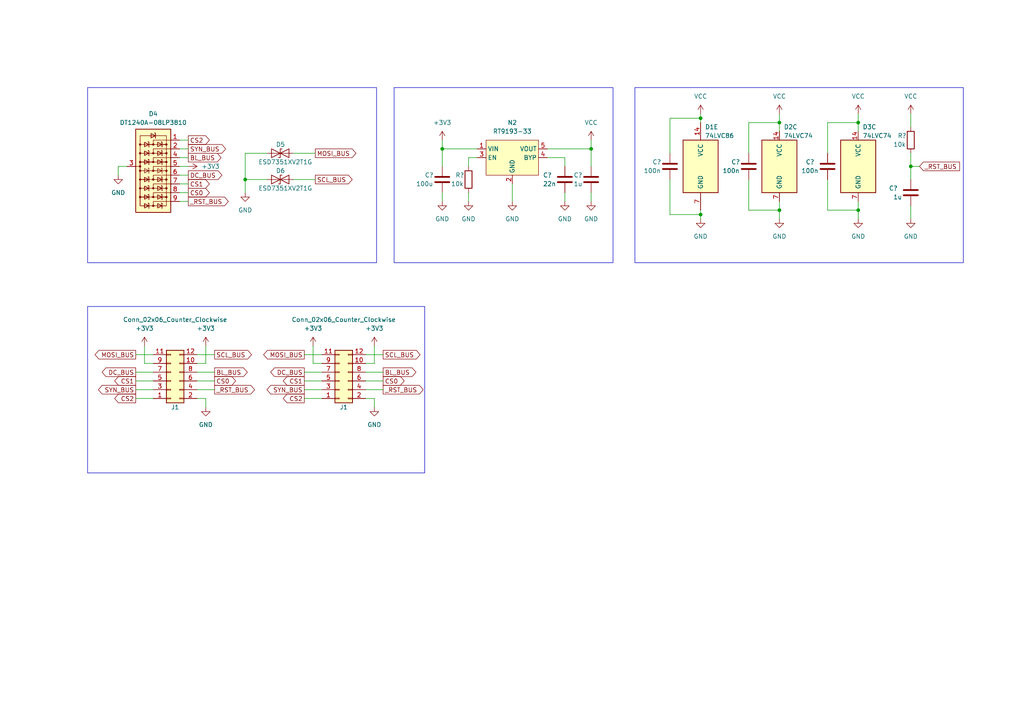
<source format=kicad_sch>
(kicad_sch (version 20230121) (generator eeschema)
  (paper "A4")
  (lib_symbols
    (symbol "74xx:74LVC74" (pin_names (offset 1.016))
      (property "Reference" "D" (at 2.54 12.7 0))
      (property "Value" "74LVC74" (at 2.54 10.16 0))
      (symbol "74LVC74_1_0"
        (pin input line (at 0 -7.62 90) (length 2.54) (name "~{R}") (number "1"))
        (pin input line (at -7.62 2.54 0) (length 2.54) (name "D") (number "2"))
        (pin input clock (at -7.62 0 0) (length 2.54) (name "C") (number "3"))
        (pin input line (at 0 7.62 270) (length 2.54) (name "~{S}") (number "4"))
        (pin output line (at 7.62 2.54 180) (length 2.54) (name "Q") (number "5"))
        (pin output line (at 7.62 -2.54 180) (length 2.54) (name "~{Q}") (number "6"))
      )
      (symbol "74LVC74_1_1"
        (rectangle (start -5.08 5.08) (end 5.08 -5.08) (stroke (width 0.254)) (fill (type background)))
      )
      (symbol "74LVC74_2_0"
        (pin input line (at 0 7.62 270) (length 2.54) (name "~{S}") (number "10"))
        (pin input clock (at -7.62 0 0) (length 2.54) (name "C") (number "11"))
        (pin input line (at -7.62 2.54 0) (length 2.54) (name "D") (number "12"))
        (pin input line (at 0 -7.62 90) (length 2.54) (name "~{R}") (number "13"))
        (pin output line (at 7.62 -2.54 180) (length 2.54) (name "~{Q}") (number "8"))
        (pin output line (at 7.62 2.54 180) (length 2.54) (name "Q") (number "9"))
      )
      (symbol "74LVC74_2_1"
        (rectangle (start -5.08 5.08) (end 5.08 -5.08) (stroke (width 0.254)) (fill (type background)))
      )
      (symbol "74LVC74_3_0"
        (pin power_in line (at 0 10.16 270) (length 2.54) (name "VCC") (number "14"))
        (pin power_in line (at 0 -10.16 90) (length 2.54) (name "GND") (number "7"))
      )
      (symbol "74LVC74_3_1"
        (rectangle (start -5.08 7.62) (end 5.08 -7.62) (stroke (width 0.254)) (fill (type background)))
      )
    )
    (symbol "74xx:74LVC86" (pin_names (offset 1.016))
      (property "Reference" "D" (at -2.54 7.62 0))
      (property "Value" "74LVC86" (at -2.54 5.08 0))
      (symbol "74LVC86_1_0"
        (arc (start -4.4196 -3.81) (mid -3.2033 0) (end -4.4196 3.81) (stroke (width 0.254)))
        (arc (start -3.81 -3.81) (mid -2.589 0) (end -3.81 3.81) (stroke (width 0.254)))
        (arc (start -0.6096 -3.81) (mid 2.1842 -2.5851) (end 3.81 0) (stroke (width 0.254)) (fill (type background)))
        (polyline (pts (xy -3.81 -3.81) (xy -0.635 -3.81)) (stroke (width 0.254)) (fill (type background)))
        (polyline (pts (xy -3.81 3.81) (xy -0.635 3.81)) (stroke (width 0.254)) (fill (type background)))
        (polyline (pts (xy -0.635 3.81) (xy -3.81 3.81) (xy -3.81 3.81) (xy -3.556 3.4036) (xy -3.0226 2.2606) (xy -2.6924 1.0414) (xy -2.6162 -0.254) (xy -2.7686 -1.4986) (xy -3.175 -2.7178) (xy -3.81 -3.81) (xy -3.81 -3.81) (xy -0.635 -3.81)) (stroke (width -25.4)) (fill (type background)))
        (arc (start 3.81 0) (mid 2.1915 2.5936) (end -0.6096 3.81) (stroke (width 0.254)) (fill (type background)))
        (pin input line (at -7.62 2.54 0) (length 4.445) (name "~") (number "1"))
        (pin input line (at -7.62 -2.54 0) (length 4.445) (name "~") (number "2"))
        (pin output line (at 7.62 0 180) (length 3.81) (name "~") (number "3"))
      )
      (symbol "74LVC86_1_1"
        (polyline (pts (xy -3.81 -2.54) (xy -3.175 -2.54)) (stroke (width 0.1524)))
        (polyline (pts (xy -3.81 2.54) (xy -3.175 2.54)) (stroke (width 0.1524)))
      )
      (symbol "74LVC86_2_0"
        (arc (start -4.4196 -3.81) (mid -3.2033 0) (end -4.4196 3.81) (stroke (width 0.254)))
        (arc (start -3.81 -3.81) (mid -2.589 0) (end -3.81 3.81) (stroke (width 0.254)))
        (arc (start -0.6096 -3.81) (mid 2.1842 -2.5851) (end 3.81 0) (stroke (width 0.254)) (fill (type background)))
        (polyline (pts (xy -3.81 -3.81) (xy -0.635 -3.81)) (stroke (width 0.254)) (fill (type background)))
        (polyline (pts (xy -3.81 3.81) (xy -0.635 3.81)) (stroke (width 0.254)) (fill (type background)))
        (polyline (pts (xy -0.635 3.81) (xy -3.81 3.81) (xy -3.81 3.81) (xy -3.556 3.4036) (xy -3.0226 2.2606) (xy -2.6924 1.0414) (xy -2.6162 -0.254) (xy -2.7686 -1.4986) (xy -3.175 -2.7178) (xy -3.81 -3.81) (xy -3.81 -3.81) (xy -0.635 -3.81)) (stroke (width -25.4)) (fill (type background)))
        (arc (start 3.81 0) (mid 2.1915 2.5936) (end -0.6096 3.81) (stroke (width 0.254)) (fill (type background)))
        (pin input line (at -7.62 2.54 0) (length 4.445) (name "~") (number "4"))
        (pin input line (at -7.62 -2.54 0) (length 4.445) (name "~") (number "5"))
        (pin output line (at 7.62 0 180) (length 3.81) (name "~") (number "6"))
      )
      (symbol "74LVC86_2_1"
        (polyline (pts (xy -3.81 -2.54) (xy -3.175 -2.54)) (stroke (width 0.1524)))
        (polyline (pts (xy -3.81 2.54) (xy -3.175 2.54)) (stroke (width 0.1524)))
      )
      (symbol "74LVC86_3_0"
        (arc (start -4.4196 -3.81) (mid -3.2033 0) (end -4.4196 3.81) (stroke (width 0.254)))
        (arc (start -3.81 -3.81) (mid -2.589 0) (end -3.81 3.81) (stroke (width 0.254)))
        (arc (start -0.6096 -3.81) (mid 2.1842 -2.5851) (end 3.81 0) (stroke (width 0.254)) (fill (type background)))
        (polyline (pts (xy -3.81 -3.81) (xy -0.635 -3.81)) (stroke (width 0.254)) (fill (type background)))
        (polyline (pts (xy -3.81 3.81) (xy -0.635 3.81)) (stroke (width 0.254)) (fill (type background)))
        (polyline (pts (xy -0.635 3.81) (xy -3.81 3.81) (xy -3.81 3.81) (xy -3.556 3.4036) (xy -3.0226 2.2606) (xy -2.6924 1.0414) (xy -2.6162 -0.254) (xy -2.7686 -1.4986) (xy -3.175 -2.7178) (xy -3.81 -3.81) (xy -3.81 -3.81) (xy -0.635 -3.81)) (stroke (width -25.4)) (fill (type background)))
        (arc (start 3.81 0) (mid 2.1915 2.5936) (end -0.6096 3.81) (stroke (width 0.254)) (fill (type background)))
        (pin input line (at -7.62 -2.54 0) (length 4.445) (name "~") (number "10"))
        (pin output line (at 7.62 0 180) (length 3.81) (name "~") (number "8"))
        (pin input line (at -7.62 2.54 0) (length 4.445) (name "~") (number "9"))
      )
      (symbol "74LVC86_3_1"
        (polyline (pts (xy -3.81 -2.54) (xy -3.175 -2.54)) (stroke (width 0.1524)))
        (polyline (pts (xy -3.81 2.54) (xy -3.175 2.54)) (stroke (width 0.1524)))
      )
      (symbol "74LVC86_4_0"
        (arc (start -4.4196 -3.81) (mid -3.2033 0) (end -4.4196 3.81) (stroke (width 0.254)))
        (arc (start -3.81 -3.81) (mid -2.589 0) (end -3.81 3.81) (stroke (width 0.254)))
        (arc (start -0.6096 -3.81) (mid 2.1842 -2.5851) (end 3.81 0) (stroke (width 0.254)) (fill (type background)))
        (polyline (pts (xy -3.81 -3.81) (xy -0.635 -3.81)) (stroke (width 0.254)) (fill (type background)))
        (polyline (pts (xy -3.81 3.81) (xy -0.635 3.81)) (stroke (width 0.254)) (fill (type background)))
        (polyline (pts (xy -0.635 3.81) (xy -3.81 3.81) (xy -3.81 3.81) (xy -3.556 3.4036) (xy -3.0226 2.2606) (xy -2.6924 1.0414) (xy -2.6162 -0.254) (xy -2.7686 -1.4986) (xy -3.175 -2.7178) (xy -3.81 -3.81) (xy -3.81 -3.81) (xy -0.635 -3.81)) (stroke (width -25.4)) (fill (type background)))
        (arc (start 3.81 0) (mid 2.1915 2.5936) (end -0.6096 3.81) (stroke (width 0.254)) (fill (type background)))
        (pin output line (at 7.62 0 180) (length 3.81) (name "~") (number "11"))
        (pin input line (at -7.62 2.54 0) (length 4.445) (name "~") (number "12"))
        (pin input line (at -7.62 -2.54 0) (length 4.445) (name "~") (number "13"))
      )
      (symbol "74LVC86_4_1"
        (polyline (pts (xy -3.81 -2.54) (xy -3.175 -2.54)) (stroke (width 0.1524)))
        (polyline (pts (xy -3.81 2.54) (xy -3.175 2.54)) (stroke (width 0.1524)))
      )
      (symbol "74LVC86_5_0"
        (pin power_in line (at 0 12.7 270) (length 5.08) (name "VCC") (number "14"))
        (pin power_in line (at 0 -12.7 90) (length 5.08) (name "GND") (number "7"))
      )
      (symbol "74LVC86_5_1"
        (rectangle (start -5.08 7.62) (end 5.08 -7.62) (stroke (width 0.254)) (fill (type background)))
      )
    )
    (symbol "Connector_Generic:Conn_02x06_Odd_Even" (pin_names (offset 1.016) hide)
      (property "Reference" "J" (at 1.27 7.62 0))
      (property "Value" "Conn_02x06_Odd_Even" (at 1.27 -10.16 0))
      (symbol "Conn_02x06_Odd_Even_1_1"
        (rectangle (start -1.27 -7.493) (end 0 -7.747) (stroke (width 0.1524)))
        (rectangle (start -1.27 -4.953) (end 0 -5.207) (stroke (width 0.1524)))
        (rectangle (start -1.27 -2.413) (end 0 -2.667) (stroke (width 0.1524)))
        (rectangle (start -1.27 0.127) (end 0 -0.127) (stroke (width 0.1524)))
        (rectangle (start -1.27 2.667) (end 0 2.413) (stroke (width 0.1524)))
        (rectangle (start -1.27 5.207) (end 0 4.953) (stroke (width 0.1524)))
        (rectangle (start -1.27 6.35) (end 3.81 -8.89) (stroke (width 0.254)) (fill (type background)))
        (rectangle (start 3.81 -7.493) (end 2.54 -7.747) (stroke (width 0.1524)))
        (rectangle (start 3.81 -4.953) (end 2.54 -5.207) (stroke (width 0.1524)))
        (rectangle (start 3.81 -2.413) (end 2.54 -2.667) (stroke (width 0.1524)))
        (rectangle (start 3.81 0.127) (end 2.54 -0.127) (stroke (width 0.1524)))
        (rectangle (start 3.81 2.667) (end 2.54 2.413) (stroke (width 0.1524)))
        (rectangle (start 3.81 5.207) (end 2.54 4.953) (stroke (width 0.1524)))
        (pin passive line (at -5.08 5.08 0) (length 3.81) (name "Pin_1") (number "1"))
        (pin passive line (at 7.62 -5.08 180) (length 3.81) (name "Pin_10") (number "10"))
        (pin passive line (at -5.08 -7.62 0) (length 3.81) (name "Pin_11") (number "11"))
        (pin passive line (at 7.62 -7.62 180) (length 3.81) (name "Pin_12") (number "12"))
        (pin passive line (at 7.62 5.08 180) (length 3.81) (name "Pin_2") (number "2"))
        (pin passive line (at -5.08 2.54 0) (length 3.81) (name "Pin_3") (number "3"))
        (pin passive line (at 7.62 2.54 180) (length 3.81) (name "Pin_4") (number "4"))
        (pin passive line (at -5.08 0 0) (length 3.81) (name "Pin_5") (number "5"))
        (pin passive line (at 7.62 0 180) (length 3.81) (name "Pin_6") (number "6"))
        (pin passive line (at -5.08 -2.54 0) (length 3.81) (name "Pin_7") (number "7"))
        (pin passive line (at 7.62 -2.54 180) (length 3.81) (name "Pin_8") (number "8"))
        (pin passive line (at -5.08 -5.08 0) (length 3.81) (name "Pin_9") (number "9"))
      )
    )
    (symbol "Device:C" (pin_numbers hide) (pin_names (offset 0.254))
      (property "Reference" "C" (at 0.635 2.54 0))
      (property "Value" "C" (at 0.635 -2.54 0))
      (symbol "C_0_1"
        (polyline (pts (xy -2.032 -0.762) (xy 2.032 -0.762)) (stroke (width 0.508)))
        (polyline (pts (xy -2.032 0.762) (xy 2.032 0.762)) (stroke (width 0.508)))
      )
      (symbol "C_1_1"
        (pin passive line (at 0 3.81 270) (length 2.794) (name "~") (number "1"))
        (pin passive line (at 0 -3.81 90) (length 2.794) (name "~") (number "2"))
      )
    )
    (symbol "Device:R" (pin_numbers hide) (pin_names (offset 0))
      (property "Reference" "R" (at 2.032 0 90))
      (property "Value" "R" (at 0 0 90))
      (symbol "R_0_1"
        (rectangle (start -1.016 -2.54) (end 1.016 2.54) (stroke (width 0.254)))
      )
      (symbol "R_1_1"
        (pin passive line (at 0 3.81 270) (length 1.27) (name "~") (number "1"))
        (pin passive line (at 0 -3.81 90) (length 1.27) (name "~") (number "2"))
      )
    )
    (symbol "Diode:ESD9B3.3ST5G" (pin_numbers hide) (pin_names (offset 1.016) hide)
      (property "Reference" "D" (at 0 2.54 0))
      (property "Value" "ESD9B3.3ST5G" (at 0 -2.54 0))
      (symbol "ESD9B3.3ST5G_0_1"
        (polyline (pts (xy 1.27 0) (xy -1.27 0)))
        (polyline (pts (xy -2.54 -1.27) (xy 0 0) (xy -2.54 1.27) (xy -2.54 -1.27)) (stroke (width 0.2032)))
        (polyline (pts (xy 0.508 1.27) (xy 0 1.27) (xy 0 -1.27) (xy -0.508 -1.27)) (stroke (width 0.2032)))
        (polyline (pts (xy 2.54 1.27) (xy 2.54 -1.27) (xy 0 0) (xy 2.54 1.27)) (stroke (width 0.2032)))
      )
      (symbol "ESD9B3.3ST5G_1_1"
        (pin passive line (at -3.81 0 0) (length 2.54) (name "A1") (number "1"))
        (pin passive line (at 3.81 0 180) (length 2.54) (name "A2") (number "2"))
      )
    )
    (symbol "Power_Management:RT9193"
      (property "Reference" "N1" (at 7.62 2.54 0))
      (property "Value" "RT9193-xx" (at 7.62 0 0))
      (symbol "RT9193_1_1"
        (rectangle (start 0 0) (end 15.24 -10.16) (fill (type background)))
        (pin passive line (at -2.54 -2.54 0) (length 2.54) (name "VIN") (number "1"))
        (pin power_out line (at 7.62 -12.7 90) (length 2.54) (name "GND") (number "2"))
        (pin passive line (at -2.54 -5.08 0) (length 2.54) (name "EN") (number "3"))
        (pin passive line (at 17.78 -5.08 180) (length 2.54) (name "BYP") (number "4"))
        (pin power_out line (at 17.78 -2.54 180) (length 2.54) (name "VOUT") (number "5"))
      )
    )
    (symbol "Power_Protection:DT1240A-08LP3810" (pin_names hide)
      (property "Reference" "D" (at 13.97 2.54 0))
      (property "Value" "DT1240A-08LP3810" (at 13.97 0.635 0))
      (symbol "DT1240A-08LP3810_0_0"
        (pin passive line (at 0 -7.62 90) (length 2.54) (name "A") (number "3"))
      )
      (symbol "DT1240A-08LP3810_0_1"
        (rectangle (start -10.795 5.08) (end 13.335 -5.08) (stroke (width 0.254)) (fill (type background)))
        (circle (center -6.35 -3.81) (radius 0.254) (fill (type outline)))
        (circle (center -6.35 0) (radius 0.254) (fill (type outline)))
        (circle (center -6.35 3.81) (radius 0.254) (fill (type outline)))
        (circle (center -3.81 -3.81) (radius 0.254) (fill (type outline)))
        (circle (center -3.81 0) (radius 0.254) (fill (type outline)))
        (circle (center -3.81 3.81) (radius 0.254) (fill (type outline)))
        (circle (center -1.27 -3.81) (radius 0.254) (fill (type outline)))
        (circle (center -1.27 0) (radius 0.254) (fill (type outline)))
        (circle (center -1.27 3.81) (radius 0.254) (fill (type outline)))
        (circle (center 0 -3.81) (radius 0.254) (fill (type outline)))
        (polyline (pts (xy -8.89 0.635) (xy -8.89 -3.81)))
        (polyline (pts (xy -8.89 1.905) (xy -8.89 0.635)))
        (polyline (pts (xy -8.89 3.81) (xy -8.89 0.635)))
        (polyline (pts (xy -6.35 -3.81) (xy -8.89 -3.81)))
        (polyline (pts (xy -6.35 0) (xy -6.35 -1.27)))
        (polyline (pts (xy -6.35 2.54) (xy -6.35 -1.27)))
        (polyline (pts (xy -6.35 3.81) (xy -6.35 2.54)))
        (polyline (pts (xy -6.35 3.81) (xy -6.35 2.54)))
        (polyline (pts (xy -3.81 0) (xy -3.81 -1.27)))
        (polyline (pts (xy -3.81 2.54) (xy -3.81 -1.27)))
        (polyline (pts (xy -3.81 3.81) (xy -3.81 2.54)))
        (polyline (pts (xy -3.81 3.81) (xy -3.81 2.54)))
        (polyline (pts (xy -1.27 0) (xy -1.27 -1.27)))
        (polyline (pts (xy -1.27 2.54) (xy -1.27 -1.27)))
        (polyline (pts (xy -1.27 3.81) (xy -1.27 2.54)))
        (polyline (pts (xy -1.27 3.81) (xy -1.27 2.54)))
        (polyline (pts (xy 0 -5.08) (xy 0 -3.81)))
        (polyline (pts (xy 1.27 -3.81) (xy 1.27 2.54)))
        (polyline (pts (xy 1.27 3.81) (xy 1.27 2.54)))
        (polyline (pts (xy 1.905 -1.27) (xy 2.032 -1.27)))
        (polyline (pts (xy 1.905 2.54) (xy 2.032 2.54)))
        (polyline (pts (xy 3.81 2.54) (xy 3.81 -1.27)))
        (polyline (pts (xy 3.81 3.81) (xy 3.81 2.54)))
        (polyline (pts (xy 6.35 2.54) (xy 6.35 -1.27)))
        (polyline (pts (xy 6.35 3.81) (xy 6.35 2.54)))
        (polyline (pts (xy 6.35 3.81) (xy 6.35 2.54)))
        (polyline (pts (xy 8.89 2.54) (xy 8.89 -1.27)))
        (polyline (pts (xy 8.89 3.81) (xy 8.89 2.54)))
        (polyline (pts (xy 8.89 3.81) (xy 8.89 2.54)))
        (polyline (pts (xy 11.43 2.54) (xy 11.43 -1.27)))
        (polyline (pts (xy 11.43 3.81) (xy -8.89 3.81)))
        (polyline (pts (xy 11.43 3.81) (xy 11.43 2.54)))
        (polyline (pts (xy 11.43 3.81) (xy 11.43 2.54)))
        (polyline (pts (xy -7.62 5.08) (xy -7.62 0) (xy -6.35 0)))
        (polyline (pts (xy -6.35 -1.27) (xy -6.35 -3.81) (xy -3.81 -3.81)))
        (polyline (pts (xy -5.08 5.08) (xy -5.08 0) (xy -3.81 0)))
        (polyline (pts (xy -3.81 -1.27) (xy -3.81 -3.81) (xy -1.27 -3.81)))
        (polyline (pts (xy -2.54 5.08) (xy -2.54 0) (xy -1.27 0)))
        (polyline (pts (xy 0 5.08) (xy 0 0) (xy 1.27 0)))
        (polyline (pts (xy 1.905 -1.27) (xy 0.508 -1.27) (xy 0.508 -1.524)))
        (polyline (pts (xy 1.905 2.54) (xy 0.508 2.54) (xy 0.508 2.286)))
        (polyline (pts (xy 2.54 5.08) (xy 2.54 0) (xy 3.81 0)))
        (polyline (pts (xy 5.08 5.08) (xy 5.08 0) (xy 6.35 0)))
        (polyline (pts (xy 6.35 -1.27) (xy 6.35 -3.81) (xy 3.81 -3.81)))
        (polyline (pts (xy 6.35 -1.27) (xy 6.35 -3.81) (xy 3.81 -3.81)))
        (polyline (pts (xy 7.62 5.08) (xy 7.62 0) (xy 8.89 0)))
        (polyline (pts (xy 8.89 -1.27) (xy 8.89 -3.81) (xy 6.35 -3.81)))
        (polyline (pts (xy 8.89 -1.27) (xy 8.89 -3.81) (xy 6.35 -3.81)))
        (polyline (pts (xy 10.16 5.08) (xy 10.16 0) (xy 11.43 0)))
        (polyline (pts (xy 11.43 -1.27) (xy 11.43 -3.81) (xy 8.89 -3.81)))
        (polyline (pts (xy 11.43 -1.27) (xy 11.43 -3.81) (xy 8.89 -3.81)))
        (polyline (pts (xy -9.652 0.381) (xy -9.652 0.635) (xy -8.255 0.635) (xy -8.128 0.635)))
        (polyline (pts (xy -9.652 0.381) (xy -9.652 0.635) (xy -8.255 0.635) (xy -8.128 0.635)))
        (polyline (pts (xy -8.89 0.635) (xy -8.255 -0.635) (xy -9.525 -0.635) (xy -8.89 0.635)))
        (polyline (pts (xy -8.89 0.635) (xy -8.255 -0.635) (xy -9.525 -0.635) (xy -8.89 0.635)))
        (polyline (pts (xy -7.112 -1.524) (xy -7.112 -1.27) (xy -5.715 -1.27) (xy -5.588 -1.27)))
        (polyline (pts (xy -7.112 -1.524) (xy -7.112 -1.27) (xy -5.715 -1.27) (xy -5.588 -1.27)))
        (polyline (pts (xy -7.112 2.286) (xy -7.112 2.54) (xy -5.715 2.54) (xy -5.588 2.54)))
        (polyline (pts (xy -7.112 2.286) (xy -7.112 2.54) (xy -5.715 2.54) (xy -5.588 2.54)))
        (polyline (pts (xy -6.35 -1.27) (xy -5.715 -2.54) (xy -6.985 -2.54) (xy -6.35 -1.27)))
        (polyline (pts (xy -6.35 -1.27) (xy -5.715 -2.54) (xy -6.985 -2.54) (xy -6.35 -1.27)))
        (polyline (pts (xy -6.35 2.54) (xy -5.715 1.27) (xy -6.985 1.27) (xy -6.35 2.54)))
        (polyline (pts (xy -6.35 2.54) (xy -5.715 1.27) (xy -6.985 1.27) (xy -6.35 2.54)))
        (polyline (pts (xy -4.572 -1.524) (xy -4.572 -1.27) (xy -3.175 -1.27) (xy -3.048 -1.27)))
        (polyline (pts (xy -4.572 -1.524) (xy -4.572 -1.27) (xy -3.175 -1.27) (xy -3.048 -1.27)))
        (polyline (pts (xy -4.572 2.286) (xy -4.572 2.54) (xy -3.175 2.54) (xy -3.048 2.54)))
        (polyline (pts (xy -4.572 2.286) (xy -4.572 2.54) (xy -3.175 2.54) (xy -3.048 2.54)))
        (polyline (pts (xy -3.81 -1.27) (xy -3.175 -2.54) (xy -4.445 -2.54) (xy -3.81 -1.27)))
        (polyline (pts (xy -3.81 -1.27) (xy -3.175 -2.54) (xy -4.445 -2.54) (xy -3.81 -1.27)))
        (polyline (pts (xy -3.81 2.54) (xy -3.175 1.27) (xy -4.445 1.27) (xy -3.81 2.54)))
        (polyline (pts (xy -3.81 2.54) (xy -3.175 1.27) (xy -4.445 1.27) (xy -3.81 2.54)))
        (polyline (pts (xy -2.032 -1.524) (xy -2.032 -1.27) (xy -0.635 -1.27) (xy -0.508 -1.27)))
        (polyline (pts (xy -2.032 -1.524) (xy -2.032 -1.27) (xy -0.635 -1.27) (xy -0.508 -1.27)))
        (polyline (pts (xy -2.032 2.286) (xy -2.032 2.54) (xy -0.635 2.54) (xy -0.508 2.54)))
        (polyline (pts (xy -2.032 2.286) (xy -2.032 2.54) (xy -0.635 2.54) (xy -0.508 2.54)))
        (polyline (pts (xy -1.27 -1.27) (xy -1.27 -3.81) (xy 3.81 -3.81) (xy 3.81 -1.27)))
        (polyline (pts (xy -1.27 -1.27) (xy -1.27 -3.81) (xy 3.81 -3.81) (xy 3.81 -1.27)))
        (polyline (pts (xy -1.27 -1.27) (xy -0.635 -2.54) (xy -1.905 -2.54) (xy -1.27 -1.27)))
        (polyline (pts (xy -1.27 -1.27) (xy -0.635 -2.54) (xy -1.905 -2.54) (xy -1.27 -1.27)))
        (polyline (pts (xy -1.27 2.54) (xy -0.635 1.27) (xy -1.905 1.27) (xy -1.27 2.54)))
        (polyline (pts (xy -1.27 2.54) (xy -0.635 1.27) (xy -1.905 1.27) (xy -1.27 2.54)))
        (polyline (pts (xy 1.905 -2.54) (xy 0.635 -2.54) (xy 1.27 -1.27) (xy 1.905 -2.54)))
        (polyline (pts (xy 1.905 1.27) (xy 0.635 1.27) (xy 1.27 2.54) (xy 1.905 1.27)))
        (polyline (pts (xy 3.048 -1.524) (xy 3.048 -1.27) (xy 4.445 -1.27) (xy 4.572 -1.27)))
        (polyline (pts (xy 3.048 -1.524) (xy 3.048 -1.27) (xy 4.445 -1.27) (xy 4.572 -1.27)))
        (polyline (pts (xy 3.048 2.286) (xy 3.048 2.54) (xy 4.445 2.54) (xy 4.572 2.54)))
        (polyline (pts (xy 3.048 2.286) (xy 3.048 2.54) (xy 4.445 2.54) (xy 4.572 2.54)))
        (polyline (pts (xy 3.81 -1.27) (xy 3.175 -2.54) (xy 4.445 -2.54) (xy 3.81 -1.27)))
        (polyline (pts (xy 3.81 -1.27) (xy 3.175 -2.54) (xy 4.445 -2.54) (xy 3.81 -1.27)))
        (polyline (pts (xy 3.81 2.54) (xy 3.175 1.27) (xy 4.445 1.27) (xy 3.81 2.54)))
        (polyline (pts (xy 3.81 2.54) (xy 3.175 1.27) (xy 4.445 1.27) (xy 3.81 2.54)))
        (polyline (pts (xy 5.588 -1.524) (xy 5.588 -1.27) (xy 6.985 -1.27) (xy 7.112 -1.27)))
        (polyline (pts (xy 5.588 -1.524) (xy 5.588 -1.27) (xy 6.985 -1.27) (xy 7.112 -1.27)))
        (polyline (pts (xy 5.588 2.286) (xy 5.588 2.54) (xy 6.985 2.54) (xy 7.112 2.54)))
        (polyline (pts (xy 5.588 2.286) (xy 5.588 2.54) (xy 6.985 2.54) (xy 7.112 2.54)))
        (polyline (pts (xy 6.35 -1.27) (xy 5.715 -2.54) (xy 6.985 -2.54) (xy 6.35 -1.27)))
        (polyline (pts (xy 6.35 -1.27) (xy 5.715 -2.54) (xy 6.985 -2.54) (xy 6.35 -1.27)))
        (polyline (pts (xy 6.35 2.54) (xy 5.715 1.27) (xy 6.985 1.27) (xy 6.35 2.54)))
        (polyline (pts (xy 6.35 2.54) (xy 5.715 1.27) (xy 6.985 1.27) (xy 6.35 2.54)))
        (polyline (pts (xy 8.128 -1.524) (xy 8.128 -1.27) (xy 9.525 -1.27) (xy 9.652 -1.27)))
        (polyline (pts (xy 8.128 -1.524) (xy 8.128 -1.27) (xy 9.525 -1.27) (xy 9.652 -1.27)))
        (polyline (pts (xy 8.128 2.286) (xy 8.128 2.54) (xy 9.525 2.54) (xy 9.652 2.54)))
        (polyline (pts (xy 8.128 2.286) (xy 8.128 2.54) (xy 9.525 2.54) (xy 9.652 2.54)))
        (polyline (pts (xy 8.89 -1.27) (xy 8.255 -2.54) (xy 9.525 -2.54) (xy 8.89 -1.27)))
        (polyline (pts (xy 8.89 -1.27) (xy 8.255 -2.54) (xy 9.525 -2.54) (xy 8.89 -1.27)))
        (polyline (pts (xy 8.89 2.54) (xy 8.255 1.27) (xy 9.525 1.27) (xy 8.89 2.54)))
        (polyline (pts (xy 8.89 2.54) (xy 8.255 1.27) (xy 9.525 1.27) (xy 8.89 2.54)))
        (polyline (pts (xy 10.668 -1.524) (xy 10.668 -1.27) (xy 12.065 -1.27) (xy 12.192 -1.27)))
        (polyline (pts (xy 10.668 -1.524) (xy 10.668 -1.27) (xy 12.065 -1.27) (xy 12.192 -1.27)))
        (polyline (pts (xy 10.668 2.286) (xy 10.668 2.54) (xy 12.065 2.54) (xy 12.192 2.54)))
        (polyline (pts (xy 10.668 2.286) (xy 10.668 2.54) (xy 12.065 2.54) (xy 12.192 2.54)))
        (polyline (pts (xy 11.43 -1.27) (xy 10.795 -2.54) (xy 12.065 -2.54) (xy 11.43 -1.27)))
        (polyline (pts (xy 11.43 -1.27) (xy 10.795 -2.54) (xy 12.065 -2.54) (xy 11.43 -1.27)))
        (polyline (pts (xy 11.43 2.54) (xy 10.795 1.27) (xy 12.065 1.27) (xy 11.43 2.54)))
        (polyline (pts (xy 11.43 2.54) (xy 10.795 1.27) (xy 12.065 1.27) (xy 11.43 2.54)))
        (circle (center 1.27 -3.81) (radius 0.254) (fill (type outline)))
        (circle (center 1.27 0) (radius 0.254) (fill (type outline)))
        (circle (center 1.27 3.81) (radius 0.254) (fill (type outline)))
        (circle (center 3.81 -3.81) (radius 0.254) (fill (type outline)))
        (circle (center 3.81 0) (radius 0.254) (fill (type outline)))
        (circle (center 3.81 3.81) (radius 0.254) (fill (type outline)))
        (circle (center 6.35 -3.81) (radius 0.254) (fill (type outline)))
        (circle (center 6.35 0) (radius 0.254) (fill (type outline)))
        (circle (center 6.35 3.81) (radius 0.254) (fill (type outline)))
        (circle (center 8.89 -3.81) (radius 0.254) (fill (type outline)))
        (circle (center 8.89 0) (radius 0.254) (fill (type outline)))
        (circle (center 8.89 3.81) (radius 0.254) (fill (type outline)))
        (circle (center 11.43 0) (radius 0.254) (fill (type outline)))
      )
      (symbol "DT1240A-08LP3810_1_1"
        (pin passive line (at -7.62 7.62 270) (length 2.54) (name "K1") (number "1"))
        (pin passive line (at -5.08 7.62 270) (length 2.54) (name "K2") (number "2"))
        (pin passive line (at -2.54 7.62 270) (length 2.54) (name "K3") (number "4"))
        (pin passive line (at 0 7.62 270) (length 2.54) (name "K4") (number "5"))
        (pin passive line (at 2.54 7.62 270) (length 2.54) (name "K5") (number "6"))
        (pin passive line (at 5.08 7.62 270) (length 2.54) (name "K6") (number "7"))
        (pin passive line (at 7.62 7.62 270) (length 2.54) (name "K7") (number "8"))
        (pin passive line (at 10.16 7.62 270) (length 2.54) (name "K8") (number "9"))
      )
    )
    (symbol "power:+3V3" (power) (pin_names (offset 0))
      (property "Value" "+3V3" (at 0 3.556 0))
      (symbol "+3V3_0_1"
        (polyline (pts (xy -0.762 1.27) (xy 0 2.54)))
        (polyline (pts (xy 0 0) (xy 0 2.54)))
        (polyline (pts (xy 0 2.54) (xy 0.762 1.27)))
      )
      (symbol "+3V3_1_1"
        (pin power_in line (at 0 0 90) (length 0) hide (name "+3V3") (number "1"))
      )
    )
    (symbol "power:GND" (power) (pin_names (offset 0))
      (property "Value" "GND" (at 0 -3.81 0))
      (symbol "GND_0_1"
        (polyline (pts (xy 0 0) (xy 0 -1.27) (xy 1.27 -1.27) (xy 0 -2.54) (xy -1.27 -1.27) (xy 0 -1.27)))
      )
      (symbol "GND_1_1"
        (pin power_in line (at 0 0 270) (length 0) hide (name "GND") (number "1"))
      )
    )
    (symbol "power:VCC" (power) (pin_names (offset 0))
      (property "Value" "VCC" (at 0 3.81 0))
      (symbol "VCC_0_1"
        (polyline (pts (xy -0.762 1.27) (xy 0 2.54)))
        (polyline (pts (xy 0 0) (xy 0 2.54)))
        (polyline (pts (xy 0 2.54) (xy 0.762 1.27)))
      )
      (symbol "VCC_1_1"
        (pin power_in line (at 0 0 90) (length 0) hide (name "VCC") (number "1"))
      )
    )
  )
  (junction (at 203.2 62.23))
  (junction (at 226.06 60.96))
  (junction (at 226.06 35.56))
  (junction (at 128.27 43.18))
  (junction (at 71.12 52.07))
  (junction (at 264.16 48.26))
  (junction (at 248.92 60.96))
  (junction (at 171.45 43.18))
  (junction (at 248.92 35.56))
  (junction (at 203.2 34.29))
  (wire (pts (xy 138.43 45.72) (xy 135.89 45.72)))
  (wire (pts (xy 194.31 52.07) (xy 194.31 62.23)))
  (wire (pts (xy 248.92 35.56) (xy 240.03 35.56)))
  (wire (pts (xy 264.16 44.45) (xy 264.16 48.26)))
  (wire (pts (xy 106.045 115.57) (xy 108.585 115.57)))
  (wire (pts (xy 248.92 58.42) (xy 248.92 60.96)))
  (wire (pts (xy 62.23 110.49) (xy 57.15 110.49)))
  (wire (pts (xy 264.16 48.26) (xy 266.7 48.26)))
  (wire (pts (xy 203.2 33.02) (xy 203.2 34.29)))
  (wire (pts (xy 248.92 35.56) (xy 248.92 38.1)))
  (wire (pts (xy 171.45 58.42) (xy 171.45 55.88)))
  (wire (pts (xy 39.37 113.03) (xy 44.45 113.03)))
  (wire (pts (xy 39.37 110.49) (xy 44.45 110.49)))
  (wire (pts (xy 217.17 35.56) (xy 217.17 44.45)))
  (wire (pts (xy 41.91 100.33) (xy 41.91 105.41)))
  (wire (pts (xy 88.265 110.49) (xy 93.345 110.49)))
  (wire (pts (xy 88.265 107.95) (xy 93.345 107.95)))
  (wire (pts (xy 203.2 34.29) (xy 194.31 34.29)))
  (wire (pts (xy 217.17 52.07) (xy 217.17 60.96)))
  (wire (pts (xy 240.03 52.07) (xy 240.03 60.96)))
  (wire (pts (xy 240.03 60.96) (xy 248.92 60.96)))
  (wire (pts (xy 194.31 34.29) (xy 194.31 44.45)))
  (wire (pts (xy 93.345 115.57) (xy 88.265 115.57)))
  (wire (pts (xy 108.585 115.57) (xy 108.585 118.11)))
  (wire (pts (xy 41.91 105.41) (xy 44.45 105.41)))
  (wire (pts (xy 54.61 45.72) (xy 52.07 45.72)))
  (wire (pts (xy 226.06 58.42) (xy 226.06 60.96)))
  (wire (pts (xy 59.69 115.57) (xy 59.69 118.11)))
  (wire (pts (xy 34.29 48.26) (xy 36.83 48.26)))
  (wire (pts (xy 158.75 45.72) (xy 163.83 45.72)))
  (wire (pts (xy 39.37 107.95) (xy 44.45 107.95)))
  (wire (pts (xy 171.45 43.18) (xy 171.45 40.64)))
  (wire (pts (xy 111.125 110.49) (xy 106.045 110.49)))
  (wire (pts (xy 34.29 50.8) (xy 34.29 48.26)))
  (wire (pts (xy 91.44 52.07) (xy 85.09 52.07)))
  (wire (pts (xy 226.06 35.56) (xy 217.17 35.56)))
  (wire (pts (xy 171.45 48.26) (xy 171.45 43.18)))
  (wire (pts (xy 71.12 52.07) (xy 71.12 44.45)))
  (wire (pts (xy 91.44 44.45) (xy 85.09 44.45)))
  (wire (pts (xy 226.06 33.02) (xy 226.06 35.56)))
  (wire (pts (xy 248.92 60.96) (xy 248.92 63.5)))
  (wire (pts (xy 111.125 102.87) (xy 106.045 102.87)))
  (wire (pts (xy 90.805 100.33) (xy 90.805 105.41)))
  (wire (pts (xy 264.16 33.02) (xy 264.16 36.83)))
  (wire (pts (xy 44.45 115.57) (xy 39.37 115.57)))
  (wire (pts (xy 108.585 100.33) (xy 108.585 105.41)))
  (wire (pts (xy 226.06 35.56) (xy 226.06 38.1)))
  (wire (pts (xy 135.89 58.42) (xy 135.89 55.88)))
  (wire (pts (xy 52.07 40.64) (xy 54.61 40.64)))
  (wire (pts (xy 128.27 58.42) (xy 128.27 55.88)))
  (wire (pts (xy 163.83 45.72) (xy 163.83 48.26)))
  (wire (pts (xy 203.2 62.23) (xy 203.2 60.96)))
  (wire (pts (xy 158.75 43.18) (xy 171.45 43.18)))
  (wire (pts (xy 88.265 113.03) (xy 93.345 113.03)))
  (wire (pts (xy 62.23 102.87) (xy 57.15 102.87)))
  (wire (pts (xy 57.15 105.41) (xy 59.69 105.41)))
  (wire (pts (xy 54.61 53.34) (xy 52.07 53.34)))
  (wire (pts (xy 54.61 48.26) (xy 52.07 48.26)))
  (wire (pts (xy 264.16 52.07) (xy 264.16 48.26)))
  (wire (pts (xy 54.61 50.8) (xy 52.07 50.8)))
  (wire (pts (xy 217.17 60.96) (xy 226.06 60.96)))
  (wire (pts (xy 106.045 105.41) (xy 108.585 105.41)))
  (wire (pts (xy 54.61 58.42) (xy 52.07 58.42)))
  (wire (pts (xy 90.805 105.41) (xy 93.345 105.41)))
  (wire (pts (xy 44.45 102.87) (xy 39.37 102.87)))
  (wire (pts (xy 203.2 63.5) (xy 203.2 62.23)))
  (wire (pts (xy 135.89 45.72) (xy 135.89 48.26)))
  (wire (pts (xy 240.03 35.56) (xy 240.03 44.45)))
  (wire (pts (xy 62.23 113.03) (xy 57.15 113.03)))
  (wire (pts (xy 128.27 48.26) (xy 128.27 43.18)))
  (wire (pts (xy 248.92 33.02) (xy 248.92 35.56)))
  (wire (pts (xy 194.31 62.23) (xy 203.2 62.23)))
  (wire (pts (xy 57.15 115.57) (xy 59.69 115.57)))
  (wire (pts (xy 163.83 58.42) (xy 163.83 55.88)))
  (wire (pts (xy 71.12 55.88) (xy 71.12 52.07)))
  (wire (pts (xy 93.345 102.87) (xy 88.265 102.87)))
  (wire (pts (xy 71.12 44.45) (xy 77.47 44.45)))
  (wire (pts (xy 111.125 113.03) (xy 106.045 113.03)))
  (wire (pts (xy 54.61 55.88) (xy 52.07 55.88)))
  (wire (pts (xy 111.125 107.95) (xy 106.045 107.95)))
  (wire (pts (xy 62.23 107.95) (xy 57.15 107.95)))
  (wire (pts (xy 128.27 43.18) (xy 128.27 40.64)))
  (wire (pts (xy 128.27 43.18) (xy 138.43 43.18)))
  (wire (pts (xy 148.59 58.42) (xy 148.59 53.34)))
  (wire (pts (xy 71.12 52.07) (xy 77.47 52.07)))
  (wire (pts (xy 264.16 59.69) (xy 264.16 63.5)))
  (wire (pts (xy 203.2 34.29) (xy 203.2 35.56)))
  (wire (pts (xy 54.61 43.18) (xy 52.07 43.18)))
  (wire (pts (xy 59.69 100.33) (xy 59.69 105.41)))
  (wire (pts (xy 226.06 60.96) (xy 226.06 63.5)))
  (rectangle (start 25.4 88.9) (end 123.19 137.16))
  (rectangle (start 25.4 25.4) (end 109.22 76.2))
  (rectangle (start 184.15 25.4) (end 279.4 76.2))
  (rectangle (start 114.3 25.4) (end 177.8 76.2))
  (global_label "SYN_BUS" (shape output) (at 88.265 113.03 180) (property "Intersheetrefs" "${INTERSHEET_REFS}" (effects hide)))
  (global_label "CS0" (shape output) (at 111.125 110.49 0) (property "Intersheetrefs" "${INTERSHEET_REFS}" (effects hide)))
  (global_label "SCL_BUS" (shape output) (at 91.44 52.07 0) (property "Intersheetrefs" "${INTERSHEET_REFS}" (effects hide)))
  (global_label "CS1" (shape output) (at 88.265 110.49 180) (property "Intersheetrefs" "${INTERSHEET_REFS}" (effects hide)))
  (global_label "_RST_BUS" (shape output) (at 54.61 58.42 0) (property "Intersheetrefs" "${INTERSHEET_REFS}" (effects hide)))
  (global_label "CS2" (shape output) (at 88.265 115.57 180) (property "Intersheetrefs" "${INTERSHEET_REFS}" (effects hide)))
  (global_label "DC_BUS" (shape output) (at 54.61 50.8 0) (property "Intersheetrefs" "${INTERSHEET_REFS}" (effects hide)))
  (global_label "CS1" (shape output) (at 54.61 53.34 0) (property "Intersheetrefs" "${INTERSHEET_REFS}" (effects hide)))
  (global_label "DC_BUS" (shape output) (at 39.37 107.95 180) (property "Intersheetrefs" "${INTERSHEET_REFS}" (effects hide)))
  (global_label "SYN_BUS" (shape output) (at 39.37 113.03 180) (property "Intersheetrefs" "${INTERSHEET_REFS}" (effects hide)))
  (global_label "CS2" (shape output) (at 54.61 40.64 0) (property "Intersheetrefs" "${INTERSHEET_REFS}" (effects hide)))
  (global_label "SYN_BUS" (shape output) (at 54.61 43.18 0) (property "Intersheetrefs" "${INTERSHEET_REFS}" (effects hide)))
  (global_label "MOSI_BUS" (shape output) (at 88.265 102.87 180) (property "Intersheetrefs" "${INTERSHEET_REFS}" (effects hide)))
  (global_label "BL_BUS" (shape output) (at 54.61 45.72 0) (property "Intersheetrefs" "${INTERSHEET_REFS}" (effects hide)))
  (global_label "CS0" (shape output) (at 54.61 55.88 0) (property "Intersheetrefs" "${INTERSHEET_REFS}" (effects hide)))
  (global_label "CS0" (shape output) (at 62.23 110.49 0) (property "Intersheetrefs" "${INTERSHEET_REFS}" (effects hide)))
  (global_label "_RST_BUS" (shape input) (at 266.7 48.26 0) (property "Intersheetrefs" "${INTERSHEET_REFS}" (effects hide)))
  (global_label "MOSI_BUS" (shape output) (at 39.37 102.87 180) (property "Intersheetrefs" "${INTERSHEET_REFS}" (effects hide)))
  (global_label "MOSI_BUS" (shape output) (at 91.44 44.45 0) (property "Intersheetrefs" "${INTERSHEET_REFS}" (effects hide)))
  (global_label "CS1" (shape output) (at 39.37 110.49 180) (property "Intersheetrefs" "${INTERSHEET_REFS}" (effects hide)))
  (global_label "SCL_BUS" (shape output) (at 62.23 102.87 0) (property "Intersheetrefs" "${INTERSHEET_REFS}" (effects hide)))
  (global_label "CS2" (shape output) (at 39.37 115.57 180) (property "Intersheetrefs" "${INTERSHEET_REFS}" (effects hide)))
  (global_label "BL_BUS" (shape output) (at 111.125 107.95 0) (property "Intersheetrefs" "${INTERSHEET_REFS}" (effects hide)))
  (global_label "_RST_BUS" (shape output) (at 62.23 113.03 0) (property "Intersheetrefs" "${INTERSHEET_REFS}" (effects hide)))
  (global_label "SCL_BUS" (shape output) (at 111.125 102.87 0) (property "Intersheetrefs" "${INTERSHEET_REFS}" (effects hide)))
  (global_label "BL_BUS" (shape output) (at 62.23 107.95 0) (property "Intersheetrefs" "${INTERSHEET_REFS}" (effects hide)))
  (global_label "DC_BUS" (shape output) (at 88.265 107.95 180) (property "Intersheetrefs" "${INTERSHEET_REFS}" (effects hide)))
  (global_label "_RST_BUS" (shape output) (at 111.125 113.03 0) (property "Intersheetrefs" "${INTERSHEET_REFS}" (effects hide)))
  (symbol (lib_id "power:+3V3") (at 59.69 100.33 0) (unit 1)
    (property "Reference" "#PWR029" (effects hide))
    (property "Value" "+3V3" (at 59.69 95.25 0))
    (instances (project "FastHexGauge" (path "" (reference "#PWR029") (unit 1)) (path "" (reference "#PWR021") (unit 1))))
  )
  (symbol (lib_id "Device:C") (at 240.03 48.26 0) (unit 1)
    (property "Reference" "C?" (at 233.68 46.99 0) (effects (justify left)))
    (property "Value" "100n" (at 232.41 49.53 0) (effects (justify left)))
    (property "Footprint" "Capacitor_SMD:C_0805_2012Metric" (effects hide))
    (instances (project "CTN" (path "" (reference "C?") (unit 1))) (project "FastHexGauge" (path "" (reference "C10") (unit 1)) (path "" (reference "C3") (unit 1))))
  )
  (symbol (lib_id "Power_Management:RT9193") (at 140.97 40.64 0) (unit 1)
    (property "Reference" "N2" (at 148.59 35.56 0))
    (property "Value" "RT9193-33" (at 148.59 38.1 0))
    (property "Footprint" "Package_TO_SOT_SMD:SOT-23-5" (effects hide))
    (property "Datasheet" "https://www.mouser.de/datasheet/2/1458/DS9193_18-3104722.pdf" (effects hide))
    (instances (project "FastHexGauge" (path "" (reference "N2") (unit 1)) (path "" (reference "N1") (unit 1))))
  )
  (symbol (lib_id "Device:C") (at 264.16 55.88 0) (unit 1)
    (property "Reference" "C?" (at 257.81 54.61 0) (effects (justify left)))
    (property "Value" "1u" (at 259.08 57.15 0) (effects (justify left)))
    (property "Footprint" "Capacitor_SMD:C_0805_2012Metric" (effects hide))
    (instances (project "CTN" (path "" (reference "C?") (unit 1))) (project "FastHexGauge" (path "" (reference "C11") (unit 1)) (path "" (reference "C7") (unit 1))))
  )
  (symbol (lib_id "power:GND") (at 71.12 55.88 0) (unit 1)
    (property "Reference" "#PWR?" (effects hide))
    (property "Value" "GND" (at 71.12 60.96 0))
    (instances (project "CTN" (path "" (reference "#PWR?") (unit 1))) (project "FastHexGauge" (path "" (reference "#PWR044") (unit 1)) (path "" (reference "#PWR09") (unit 1))))
  )
  (symbol (lib_id "power:VCC") (at 264.16 33.02 0) (unit 1)
    (property "Reference" "#PWR?" (effects hide))
    (property "Value" "VCC" (at 264.16 27.94 0))
    (instances (project "CTN" (path "" (reference "#PWR?") (unit 1))) (project "FastHexGauge" (path "" (reference "#PWR027") (unit 1)) (path "" (reference "#PWR04") (unit 1))))
  )
  (symbol (lib_id "power:GND") (at 226.06 63.5 0) (unit 1)
    (property "Reference" "#PWR?" (effects hide))
    (property "Value" "GND" (at 226.06 68.58 0))
    (instances (project "CTN" (path "" (reference "#PWR?") (unit 1))) (project "FastHexGauge" (path "" (reference "#PWR041") (unit 1)) (path "" (reference "#PWR016") (unit 1))))
  )
  (symbol (lib_id "power:GND") (at 171.45 58.42 0) (unit 1)
    (property "Reference" "#PWR?" (effects hide))
    (property "Value" "GND" (at 171.45 63.5 0))
    (instances (project "CTN" (path "" (reference "#PWR?") (unit 1))) (project "FastHexGauge" (path "" (reference "#PWR039") (unit 1)) (path "" (reference "#PWR014") (unit 1))))
  )
  (symbol (lib_id "power:VCC") (at 171.45 40.64 0) (unit 1)
    (property "Reference" "#PWR?" (effects hide))
    (property "Value" "VCC" (at 171.45 35.56 0))
    (instances (project "CTN" (path "" (reference "#PWR?") (unit 1))) (project "FastHexGauge" (path "" (reference "#PWR031") (unit 1)) (path "" (reference "#PWR07") (unit 1))))
  )
  (symbol (lib_id "power:+3V3") (at 108.585 100.33 0) (unit 1)
    (property "Reference" "#PWR029" (effects hide))
    (property "Value" "+3V3" (at 108.585 95.25 0))
    (instances (project "FastHexGauge" (path "" (reference "#PWR029") (unit 1)) (path "" (reference "#PWR022") (unit 1))))
  )
  (symbol (lib_id "power:VCC") (at 226.06 33.02 0) (unit 1)
    (property "Reference" "#PWR?" (effects hide))
    (property "Value" "VCC" (at 226.06 27.94 0))
    (instances (project "CTN" (path "" (reference "#PWR?") (unit 1))) (project "FastHexGauge" (path "" (reference "#PWR025") (unit 1)) (path "" (reference "#PWR02") (unit 1))))
  )
  (symbol (lib_id "power:+3V3") (at 90.805 100.33 0) (unit 1)
    (property "Reference" "#PWR029" (effects hide))
    (property "Value" "+3V3" (at 90.805 95.25 0))
    (instances (project "FastHexGauge" (path "" (reference "#PWR029") (unit 1)) (path "" (reference "#PWR020") (unit 1))))
  )
  (symbol (lib_id "power:VCC") (at 203.2 33.02 0) (unit 1)
    (property "Reference" "#PWR?" (effects hide))
    (property "Value" "VCC" (at 203.2 27.94 0))
    (instances (project "CTN" (path "" (reference "#PWR?") (unit 1))) (project "FastHexGauge" (path "" (reference "#PWR024") (unit 1)) (path "" (reference "#PWR01") (unit 1))))
  )
  (symbol (lib_id "power:+3V3") (at 54.61 48.26 270) (unit 1)
    (property "Reference" "#PWR028" (effects hide))
    (property "Value" "+3V3" (at 58.42 48.26 90) (effects (justify left)))
    (instances (project "FastHexGauge" (path "" (reference "#PWR028") (unit 1)) (path "" (reference "#PWR05") (unit 1))))
  )
  (symbol (lib_id "Device:C") (at 163.83 52.07 0) (unit 1)
    (property "Reference" "C?" (at 157.48 50.8 0) (effects (justify left)))
    (property "Value" "22n" (at 157.48 53.34 0) (effects (justify left)))
    (property "Footprint" "Capacitor_SMD:C_0805_2012Metric" (effects hide))
    (instances (project "CTN" (path "" (reference "C?") (unit 1))) (project "FastHexGauge" (path "" (reference "C6") (unit 1)) (path "" (reference "C5") (unit 1))))
  )
  (symbol (lib_id "Connector_Generic:Conn_02x06_Odd_Even") (at 49.53 110.49 0) (mirror x) (unit 1)
    (property "Reference" "J1" (at 50.8 118.11 0))
    (property "Value" "Conn_02x06_Counter_Clockwise" (at 50.8 92.71 0))
    (property "Footprint" "Connector_PinSocket_2.54mm:PinSocket_2x06_P2.54mm_Horizontal" (effects hide))
  )
  (symbol (lib_id "Diode:ESD9B3.3ST5G") (at 81.28 52.07 180) (unit 1)
    (property "Reference" "D6" (at 80.01 49.53 0) (effects (justify right)))
    (property "Value" "ESD7351XV2T1G" (at 74.93 54.61 0) (effects (justify right)))
    (property "Footprint" "Diode_SMD:D_SOD-923" (effects hide))
    (property "Datasheet" "https://www.onsemi.com/pub/Collateral/ESD9B-D.PDF" (effects hide))
  )
  (symbol (lib_id "power:VCC") (at 248.92 33.02 0) (unit 1)
    (property "Reference" "#PWR?" (effects hide))
    (property "Value" "VCC" (at 248.92 27.94 0))
    (instances (project "CTN" (path "" (reference "#PWR?") (unit 1))) (project "FastHexGauge" (path "" (reference "#PWR026") (unit 1)) (path "" (reference "#PWR03") (unit 1))))
  )
  (symbol (lib_id "power:GND") (at 148.59 58.42 0) (unit 1)
    (property "Reference" "#PWR?" (effects hide))
    (property "Value" "GND" (at 148.59 63.5 0))
    (instances (project "CTN" (path "" (reference "#PWR?") (unit 1))) (project "FastHexGauge" (path "" (reference "#PWR037") (unit 1)) (path "" (reference "#PWR012") (unit 1))))
  )
  (symbol (lib_id "power:+3V3") (at 41.91 100.33 0) (unit 1)
    (property "Reference" "#PWR029" (effects hide))
    (property "Value" "+3V3" (at 41.91 95.25 0))
    (instances (project "FastHexGauge" (path "" (reference "#PWR029") (unit 1)) (path "" (reference "#PWR019") (unit 1))))
  )
  (symbol (lib_id "power:GND") (at 248.92 63.5 0) (unit 1)
    (property "Reference" "#PWR?" (effects hide))
    (property "Value" "GND" (at 248.92 68.58 0))
    (instances (project "CTN" (path "" (reference "#PWR?") (unit 1))) (project "FastHexGauge" (path "" (reference "#PWR042") (unit 1)) (path "" (reference "#PWR017") (unit 1))))
  )
  (symbol (lib_id "74xx:74LVC86") (at 203.2 48.26 0) (unit 5)
    (property "Reference" "D1" (at 204.47 36.83 0) (effects (justify left)))
    (property "Value" "74LVC86" (at 204.47 39.37 0) (effects (justify left)))
    (property "Footprint" "Package_SO:TSSOP-14_4.4x5mm_P0.65mm" (effects hide))
    (property "Datasheet" "https://www.ti.com/lit/ds/symlink/sn74lvc86a.pdf?ts=1690380948022&ref_url=https%253A%252F%252Fwww.ti.com%252Fproduct%252FSN74LVC86A" (effects hide))
    (instances (project "FastHexGauge" (path "" (reference "D1") (unit 5)) (path "" (reference "D3") (unit 5))))
  )
  (symbol (lib_id "power:GND") (at 108.585 118.11 0) (unit 1)
    (property "Reference" "#PWR?" (effects hide))
    (property "Value" "GND" (at 108.585 123.19 0))
    (instances (project "CTN" (path "" (reference "#PWR?") (unit 1))) (project "FastHexGauge" (path "" (reference "#PWR033") (unit 1)) (path "" (reference "#PWR024") (unit 1))))
  )
  (symbol (lib_id "power:GND") (at 163.83 58.42 0) (unit 1)
    (property "Reference" "#PWR?" (effects hide))
    (property "Value" "GND" (at 163.83 63.5 0))
    (instances (project "CTN" (path "" (reference "#PWR?") (unit 1))) (project "FastHexGauge" (path "" (reference "#PWR038") (unit 1)) (path "" (reference "#PWR013") (unit 1))))
  )
  (symbol (lib_id "Connector_Generic:Conn_02x06_Odd_Even") (at 98.425 110.49 0) (mirror x) (unit 1)
    (property "Reference" "J1" (at 99.695 118.11 0))
    (property "Value" "Conn_02x06_Counter_Clockwise" (at 99.695 92.71 0))
    (property "Footprint" "Connector_PinHeader_2.54mm:PinHeader_2x06_P2.54mm_Horizontal" (effects hide))
    (instances (project "FastHexGauge" (path "" (reference "J1") (unit 1)) (path "" (reference "J2") (unit 1))))
  )
  (symbol (lib_id "power:GND") (at 264.16 63.5 0) (unit 1)
    (property "Reference" "#PWR?" (effects hide))
    (property "Value" "GND" (at 264.16 68.58 0))
    (instances (project "CTN" (path "" (reference "#PWR?") (unit 1))) (project "FastHexGauge" (path "" (reference "#PWR043") (unit 1)) (path "" (reference "#PWR018") (unit 1))))
  )
  (symbol (lib_id "power:GND") (at 128.27 58.42 0) (unit 1)
    (property "Reference" "#PWR?" (effects hide))
    (property "Value" "GND" (at 128.27 63.5 0))
    (instances (project "CTN" (path "" (reference "#PWR?") (unit 1))) (project "FastHexGauge" (path "" (reference "#PWR035") (unit 1)) (path "" (reference "#PWR010") (unit 1))))
  )
  (symbol (lib_id "Device:R") (at 264.16 40.64 0) (unit 1)
    (property "Reference" "R?" (at 260.35 39.37 0) (effects (justify left)))
    (property "Value" "10k" (at 259.08 41.91 0) (effects (justify left)))
    (property "Footprint" "Resistor_SMD:R_0805_2012Metric_Pad1.20x1.40mm_HandSolder" (effects hide))
    (instances (project "CTN" (path "" (reference "R?") (unit 1))) (project "FastHexGauge" (path "" (reference "R7") (unit 1)) (path "" (reference "R1") (unit 1))))
  )
  (symbol (lib_id "power:+3V3") (at 128.27 40.64 0) (unit 1)
    (property "Reference" "#PWR030" (effects hide))
    (property "Value" "+3V3" (at 128.27 35.56 0))
    (instances (project "FastHexGauge" (path "" (reference "#PWR030") (unit 1)) (path "" (reference "#PWR06") (unit 1))))
  )
  (symbol (lib_id "power:GND") (at 135.89 58.42 0) (unit 1)
    (property "Reference" "#PWR?" (effects hide))
    (property "Value" "GND" (at 135.89 63.5 0))
    (instances (project "CTN" (path "" (reference "#PWR?") (unit 1))) (project "FastHexGauge" (path "" (reference "#PWR036") (unit 1)) (path "" (reference "#PWR011") (unit 1))))
  )
  (symbol (lib_id "Device:C") (at 217.17 48.26 0) (unit 1)
    (property "Reference" "C?" (at 212.09 46.99 0) (effects (justify left)))
    (property "Value" "100n" (at 209.55 49.53 0) (effects (justify left)))
    (property "Footprint" "Capacitor_SMD:C_0805_2012Metric" (effects hide))
    (instances (project "CTN" (path "" (reference "C?") (unit 1))) (project "FastHexGauge" (path "" (reference "C9") (unit 1)) (path "" (reference "C2") (unit 1))))
  )
  (symbol (lib_id "Power_Protection:DT1240A-08LP3810") (at 44.45 48.26 270) (unit 1)
    (property "Reference" "D4" (at 44.45 33.02 90))
    (property "Value" "DT1240A-08LP3810" (at 44.45 35.56 90))
    (property "Footprint" "Package_DFN_QFN:UDFN-9_1.0x3.8mm_P0.5mm" (effects hide))
    (property "Datasheet" "https://www.diodes.com/assets/Datasheets/DT1240A-08LP3810.pdf" (effects hide))
    (instances (project "FastHexGauge" (path "" (reference "D4") (unit 1)) (path "" (reference "D2") (unit 1))))
  )
  (symbol (lib_id "power:GND") (at 34.29 50.8 0) (unit 1)
    (property "Reference" "#PWR?" (effects hide))
    (property "Value" "GND" (at 34.29 55.88 0))
    (instances (project "CTN" (path "" (reference "#PWR?") (unit 1))) (project "FastHexGauge" (path "" (reference "#PWR032") (unit 1)) (path "" (reference "#PWR08") (unit 1))))
  )
  (symbol (lib_id "Device:C") (at 128.27 52.07 0) (unit 1)
    (property "Reference" "C?" (at 123.19 50.8 0) (effects (justify left)))
    (property "Value" "100u" (at 120.65 53.34 0) (effects (justify left)))
    (property "Footprint" "Capacitor_SMD:C_0805_2012Metric" (effects hide))
    (instances (project "CTN" (path "" (reference "C?") (unit 1))) (project "FastHexGauge" (path "" (reference "C5") (unit 1)) (path "" (reference "C4") (unit 1))))
  )
  (symbol (lib_id "74xx:74LVC74") (at 226.06 48.26 0) (unit 3)
    (property "Reference" "D2" (at 227.33 36.83 0) (effects (justify left)))
    (property "Value" "74LVC74" (at 227.33 39.37 0) (effects (justify left)))
    (property "Footprint" "Package_SO:TSSOP-14_4.4x5mm_P0.65mm" (effects hide))
    (property "Datasheet" "https://www.ti.com/lit/ds/symlink/sn74lvc74a.pdf?ts=1690349644652&ref_url=https%253A%252F%252Fwww.ti.com%252Fproduct%252FSN74LVC74A" (effects hide))
    (instances (project "FastHexGauge" (path "" (reference "D2") (unit 3)) (path "" (reference "D4") (unit 3))))
  )
  (symbol (lib_id "power:GND") (at 59.69 118.11 0) (unit 1)
    (property "Reference" "#PWR?" (effects hide))
    (property "Value" "GND" (at 59.69 123.19 0))
    (instances (project "CTN" (path "" (reference "#PWR?") (unit 1))) (project "FastHexGauge" (path "" (reference "#PWR033") (unit 1)) (path "" (reference "#PWR023") (unit 1))))
  )
  (symbol (lib_id "74xx:74LVC74") (at 248.92 48.26 0) (unit 3)
    (property "Reference" "D3" (at 250.19 36.83 0) (effects (justify left)))
    (property "Value" "74LVC74" (at 250.19 39.37 0) (effects (justify left)))
    (property "Footprint" "Package_SO:TSSOP-14_4.4x5mm_P0.65mm" (effects hide))
    (property "Datasheet" "https://www.ti.com/lit/ds/symlink/sn74lvc74a.pdf?ts=1690349644652&ref_url=https%253A%252F%252Fwww.ti.com%252Fproduct%252FSN74LVC74A" (effects hide))
    (instances (project "FastHexGauge" (path "" (reference "D3") (unit 3)) (path "" (reference "D5") (unit 3))))
  )
  (symbol (lib_id "Device:C") (at 171.45 52.07 0) (unit 1)
    (property "Reference" "C?" (at 166.37 50.8 0) (effects (justify left)))
    (property "Value" "1u" (at 166.37 53.34 0) (effects (justify left)))
    (property "Footprint" "Capacitor_SMD:C_0805_2012Metric" (effects hide))
    (instances (project "CTN" (path "" (reference "C?") (unit 1))) (project "FastHexGauge" (path "" (reference "C7") (unit 1)) (path "" (reference "C6") (unit 1))))
  )
  (symbol (lib_id "Device:R") (at 135.89 52.07 0) (unit 1)
    (property "Reference" "R?" (at 132.08 50.8 0) (effects (justify left)))
    (property "Value" "10k" (at 130.81 53.34 0) (effects (justify left)))
    (property "Footprint" "Resistor_SMD:R_0805_2012Metric_Pad1.20x1.40mm_HandSolder" (effects hide))
    (instances (project "CTN" (path "" (reference "R?") (unit 1))) (project "FastHexGauge" (path "" (reference "R8") (unit 1)) (path "" (reference "R2") (unit 1))))
  )
  (symbol (lib_id "Device:C") (at 194.31 48.26 0) (unit 1)
    (property "Reference" "C?" (at 189.23 46.99 0) (effects (justify left)))
    (property "Value" "100n" (at 186.69 49.53 0) (effects (justify left)))
    (property "Footprint" "Capacitor_SMD:C_0805_2012Metric" (effects hide))
    (instances (project "CTN" (path "" (reference "C?") (unit 1))) (project "FastHexGauge" (path "" (reference "C8") (unit 1)) (path "" (reference "C1") (unit 1))))
  )
  (symbol (lib_id "Diode:ESD9B3.3ST5G") (at 81.28 44.45 180) (unit 1)
    (property "Reference" "D5" (at 80.01 41.91 0) (effects (justify right)))
    (property "Value" "ESD7351XV2T1G" (at 74.93 46.99 0) (effects (justify right)))
    (property "Footprint" "Diode_SMD:D_SOD-923" (effects hide))
    (property "Datasheet" "https://www.onsemi.com/pub/Collateral/ESD9B-D.PDF" (effects hide))
    (instances (project "FastHexGauge" (path "" (reference "D5") (unit 1)) (path "" (reference "D1") (unit 1))))
  )
  (symbol (lib_id "power:GND") (at 203.2 63.5 0) (unit 1)
    (property "Reference" "#PWR?" (effects hide))
    (property "Value" "GND" (at 203.2 68.58 0))
    (instances (project "CTN" (path "" (reference "#PWR?") (unit 1))) (project "FastHexGauge" (path "" (reference "#PWR040") (unit 1)) (path "" (reference "#PWR015") (unit 1))))
  )
)
</source>
